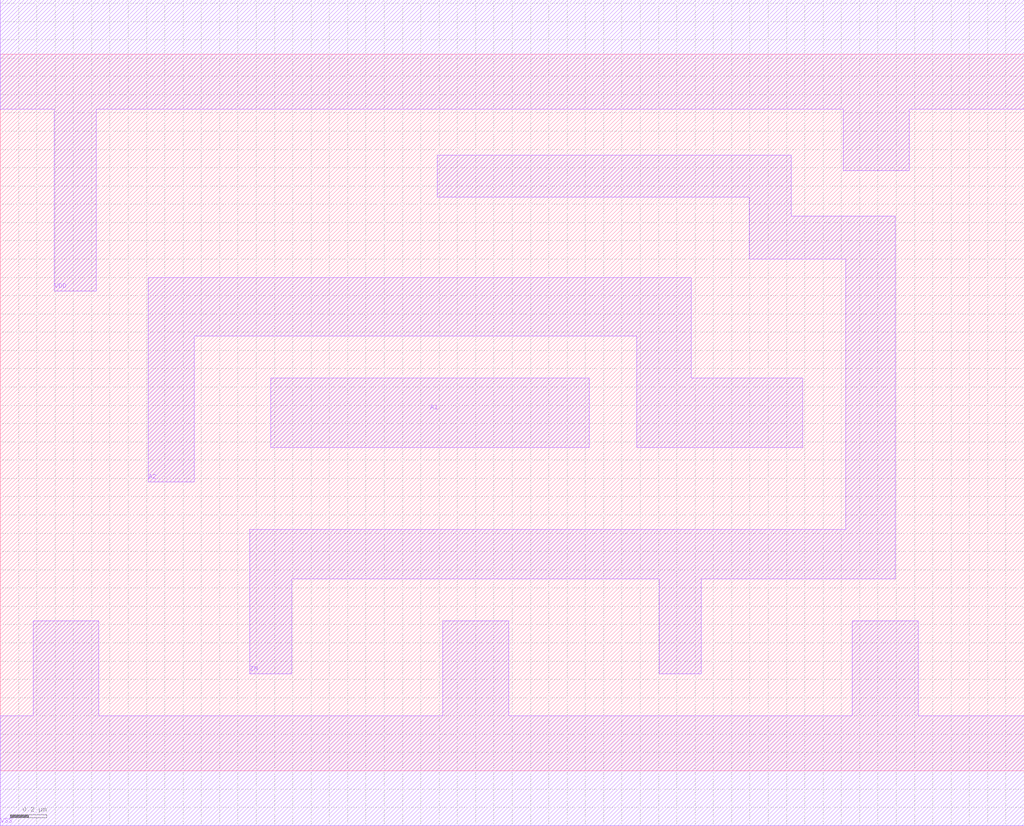
<source format=lef>
# Copyright 2022 GlobalFoundries PDK Authors
#
# Licensed under the Apache License, Version 2.0 (the "License");
# you may not use this file except in compliance with the License.
# You may obtain a copy of the License at
#
#      http://www.apache.org/licenses/LICENSE-2.0
#
# Unless required by applicable law or agreed to in writing, software
# distributed under the License is distributed on an "AS IS" BASIS,
# WITHOUT WARRANTIES OR CONDITIONS OF ANY KIND, either express or implied.
# See the License for the specific language governing permissions and
# limitations under the License.

MACRO gf180mcu_fd_sc_mcu7t5v0__nor2_2
  CLASS core ;
  FOREIGN gf180mcu_fd_sc_mcu7t5v0__nor2_2 0.0 0.0 ;
  ORIGIN 0 0 ;
  SYMMETRY X Y ;
  SITE GF018hv5v_mcu_sc7 ;
  SIZE 5.6 BY 3.92 ;
  PIN A1
    DIRECTION INPUT ;
    ANTENNAGATEAREA 1.898 ;
    PORT
      LAYER Metal1 ;
        POLYGON 1.48 1.77 3.22 1.77 3.22 2.15 1.48 2.15  ;
    END
  END A1
  PIN A2
    DIRECTION INPUT ;
    ANTENNAGATEAREA 1.898 ;
    PORT
      LAYER Metal1 ;
        POLYGON 0.81 1.58 1.06 1.58 1.06 2.38 3.48 2.38 3.48 1.77 4.39 1.77 4.39 2.15 3.78 2.15 3.78 2.7 0.81 2.7  ;
    END
  END A2
  PIN ZN
    DIRECTION OUTPUT ;
    ANTENNADIFFAREA 1.283 ;
    PORT
      LAYER Metal1 ;
        POLYGON 2.39 3.14 4.095 3.14 4.095 2.8 4.625 2.8 4.625 1.32 1.365 1.32 1.365 0.53 1.595 0.53 1.595 1.05 3.605 1.05 3.605 0.53 3.835 0.53 3.835 1.05 4.895 1.05 4.895 3.035 4.325 3.035 4.325 3.37 2.39 3.37  ;
    END
  END ZN
  PIN VDD
    DIRECTION INOUT ;
    USE power ;
    SHAPE ABUTMENT ;
    PORT
      LAYER Metal1 ;
        POLYGON 0 3.62 0.295 3.62 0.295 2.625 0.525 2.625 0.525 3.62 4.61 3.62 4.61 3.285 4.97 3.285 4.97 3.62 5.6 3.62 5.6 4.22 0 4.22  ;
    END
  END VDD
  PIN VSS
    DIRECTION INOUT ;
    USE ground ;
    SHAPE ABUTMENT ;
    PORT
      LAYER Metal1 ;
        POLYGON 0 -0.3 5.6 -0.3 5.6 0.3 5.02 0.3 5.02 0.82 4.66 0.82 4.66 0.3 2.78 0.3 2.78 0.82 2.42 0.82 2.42 0.3 0.54 0.3 0.54 0.82 0.18 0.82 0.18 0.3 0 0.3  ;
    END
  END VSS
END gf180mcu_fd_sc_mcu7t5v0__nor2_2

</source>
